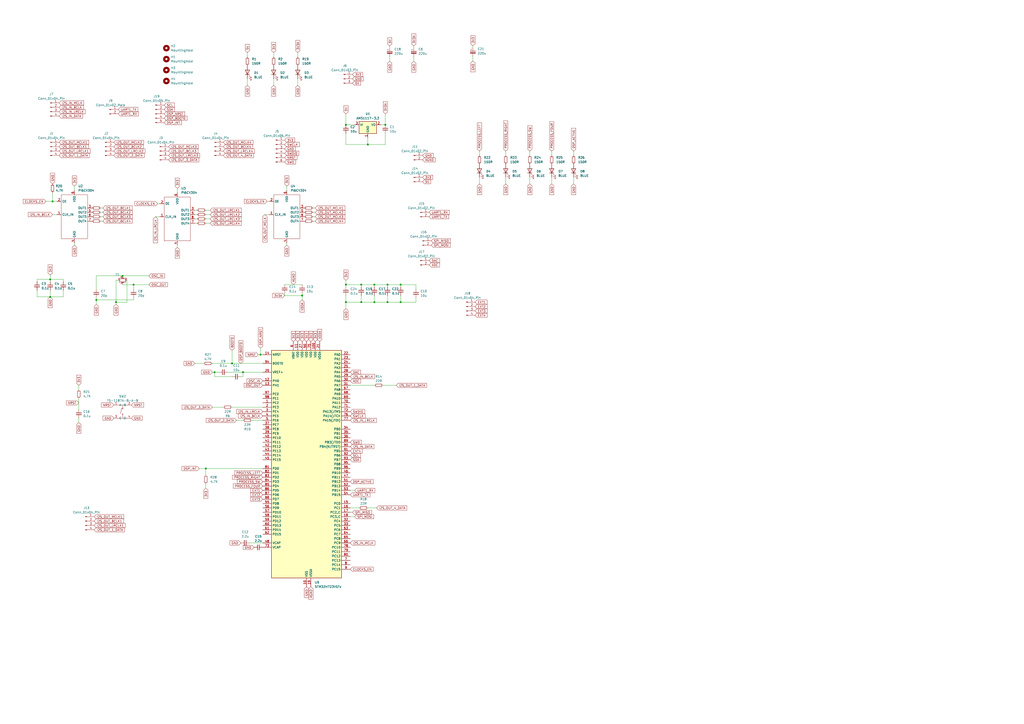
<source format=kicad_sch>
(kicad_sch (version 20231120) (generator "eeschema") (generator_version "8.0")
  (paper "A2")
  (junction (at 151.13 205.74))
  (junction (at 200.66 72.39))
  (junction (at 232.41 165.1))
  (junction (at 213.36 83.82))
  (junction (at 217.17 175.26))
  (junction (at 30.48 116.84))
  (junction (at 77.47 165.1))
  (junction (at 140.97 215.9))
  (junction (at 223.52 72.39))
  (junction (at 175.26 171.45))
  (junction (at 209.55 175.26))
  (junction (at 200.66 175.26))
  (junction (at 232.41 175.26))
  (junction (at 124.46 215.9))
  (junction (at 119.38 271.78))
  (junction (at 71.12 160.02))
  (junction (at 224.79 165.1))
  (junction (at 217.17 165.1))
  (junction (at 29.1123 162.0714))
  (junction (at 200.66 165.1))
  (junction (at 209.55 165.1))
  (junction (at 55.88 173.99))
  (junction (at 134.62 210.82))
  (junction (at 67.31 175.26))
  (junction (at 224.79 175.26))
  (junction (at 29.1123 172.2314))
  (wire (pts (xy 200.66 165.1) (xy 200.66 166.37)))
  (wire (pts (xy 232.41 175.26) (xy 241.3 175.26)))
  (wire (pts (xy 320.04 87.63) (xy 320.04 90.17)))
  (wire (pts (xy 200.66 66.04) (xy 200.66 72.39)))
  (wire (pts (xy 67.31 162.56) (xy 67.31 175.26)))
  (wire (pts (xy 45.72 231.14) (xy 45.72 237.49)))
  (wire (pts (xy 232.41 175.26) (xy 224.79 175.26)))
  (wire (pts (xy 123.19 215.9) (xy 124.46 215.9)))
  (wire (pts (xy 209.55 171.45) (xy 209.55 175.26)))
  (wire (pts (xy 240.03 26.67) (xy 240.03 27.813)))
  (wire (pts (xy 151.13 205.74) (xy 152.4 205.74)))
  (wire (pts (xy 71.12 160.02) (xy 55.88 160.02)))
  (wire (pts (xy 43.18 107.95) (xy 43.18 110.49)))
  (wire (pts (xy 232.41 171.45) (xy 232.41 175.26)))
  (wire (pts (xy 102.87 109.22) (xy 102.87 111.76)))
  (wire (pts (xy 182.88 128.27) (xy 181.61 128.27)))
  (wire (pts (xy 205.74 299.72) (xy 203.2 299.72)))
  (wire (pts (xy 172.72 49.53) (xy 172.72 45.72)))
  (wire (pts (xy 121.92 129.54) (xy 119.38 129.54)))
  (wire (pts (xy 226.06 26.67) (xy 226.06 27.813)))
  (wire (pts (xy 166.37 107.95) (xy 166.37 110.49)))
  (wire (pts (xy 119.38 271.78) (xy 152.4 271.78)))
  (wire (pts (xy 29.1123 159.5314) (xy 29.1123 162.0714)))
  (wire (pts (xy 224.79 171.45) (xy 224.79 175.26)))
  (wire (pts (xy 91.44 118.11) (xy 92.71 118.11)))
  (wire (pts (xy 217.17 171.45) (xy 217.17 175.26)))
  (wire (pts (xy 204.47 297.18) (xy 203.2 297.18)))
  (wire (pts (xy 29.1123 168.4214) (xy 29.1123 172.2314)))
  (wire (pts (xy 143.51 49.53) (xy 143.51 45.72)))
  (wire (pts (xy 59.69 128.27) (xy 58.42 128.27)))
  (wire (pts (xy 200.66 77.47) (xy 200.66 83.82)))
  (wire (pts (xy 241.3 167.64) (xy 241.3 165.1)))
  (wire (pts (xy 217.17 175.26) (xy 209.55 175.26)))
  (wire (pts (xy 213.36 80.01) (xy 213.36 83.82)))
  (wire (pts (xy 77.47 165.1) (xy 77.47 167.64)))
  (wire (pts (xy 274.32 26.543) (xy 274.32 27.686)))
  (wire (pts (xy 139.7 218.44) (xy 140.97 218.44)))
  (wire (pts (xy 59.69 123.19) (xy 58.42 123.19)))
  (wire (pts (xy 21.4923 162.0714) (xy 29.1123 162.0714)))
  (wire (pts (xy 55.88 172.72) (xy 55.88 173.99)))
  (wire (pts (xy 232.41 165.1) (xy 232.41 166.37)))
  (wire (pts (xy 224.79 175.26) (xy 217.17 175.26)))
  (wire (pts (xy 165.1 171.45) (xy 165.1 170.18)))
  (wire (pts (xy 218.44 294.64) (xy 213.36 294.64)))
  (wire (pts (xy 68.58 162.56) (xy 67.31 162.56)))
  (wire (pts (xy 59.69 120.65) (xy 58.42 120.65)))
  (wire (pts (xy 67.31 175.26) (xy 73.66 175.26)))
  (wire (pts (xy 71.12 160.02) (xy 86.36 160.02)))
  (wire (pts (xy 55.88 173.99) (xy 55.88 176.53)))
  (wire (pts (xy 30.48 116.84) (xy 33.02 116.84)))
  (wire (pts (xy 154.94 116.84) (xy 156.21 116.84)))
  (wire (pts (xy 307.34 106.68) (xy 307.34 102.87)))
  (wire (pts (xy 55.88 173.99) (xy 77.47 173.99)))
  (wire (pts (xy 224.79 165.1) (xy 232.41 165.1)))
  (wire (pts (xy 67.31 175.26) (xy 67.31 176.53)))
  (wire (pts (xy 217.17 165.1) (xy 224.79 165.1)))
  (wire (pts (xy 121.92 121.92) (xy 119.38 121.92)))
  (wire (pts (xy 134.62 218.44) (xy 124.46 218.44)))
  (wire (pts (xy 240.03 35.56) (xy 240.03 32.893)))
  (wire (pts (xy 123.19 210.82) (xy 134.62 210.82)))
  (wire (pts (xy 114.3 124.46) (xy 113.03 124.46)))
  (wire (pts (xy 140.97 215.9) (xy 152.4 215.9)))
  (wire (pts (xy 124.46 215.9) (xy 127 215.9)))
  (wire (pts (xy 182.88 120.65) (xy 181.61 120.65)))
  (wire (pts (xy 36.7323 162.0714) (xy 36.7323 163.3414)))
  (wire (pts (xy 140.97 218.44) (xy 140.97 215.9)))
  (wire (pts (xy 45.72 223.52) (xy 45.72 226.06)))
  (wire (pts (xy 36.7323 168.4214) (xy 36.7323 172.2314)))
  (wire (pts (xy 209.55 165.1) (xy 217.17 165.1)))
  (wire (pts (xy 200.66 72.39) (xy 205.74 72.39)))
  (wire (pts (xy 134.62 236.22) (xy 152.4 236.22)))
  (wire (pts (xy 278.13 87.63) (xy 278.13 90.17)))
  (wire (pts (xy 278.13 106.68) (xy 278.13 102.87)))
  (wire (pts (xy 26.67 116.84) (xy 30.48 116.84)))
  (wire (pts (xy 172.72 30.48) (xy 172.72 33.02)))
  (wire (pts (xy 153.67 124.46) (xy 156.21 124.46)))
  (wire (pts (xy 114.3 129.54) (xy 113.03 129.54)))
  (wire (pts (xy 200.66 162.56) (xy 200.66 165.1)))
  (wire (pts (xy 119.38 275.59) (xy 119.38 271.78)))
  (wire (pts (xy 124.46 218.44) (xy 124.46 215.9)))
  (wire (pts (xy 200.66 179.07) (xy 200.66 175.26)))
  (wire (pts (xy 146.05 243.84) (xy 152.4 243.84)))
  (wire (pts (xy 175.26 173.99) (xy 175.26 171.45)))
  (wire (pts (xy 132.08 215.9) (xy 140.97 215.9)))
  (wire (pts (xy 223.52 66.04) (xy 223.52 72.39)))
  (wire (pts (xy 166.37 142.24) (xy 166.37 140.97)))
  (wire (pts (xy 217.17 165.1) (xy 217.17 166.37)))
  (wire (pts (xy 121.92 124.46) (xy 119.38 124.46)))
  (wire (pts (xy 137.16 243.84) (xy 140.97 243.84)))
  (wire (pts (xy 43.18 142.24) (xy 43.18 140.97)))
  (wire (pts (xy 209.55 165.1) (xy 209.55 166.37)))
  (wire (pts (xy 175.26 171.45) (xy 165.1 171.45)))
  (wire (pts (xy 36.7323 172.2314) (xy 29.1123 172.2314)))
  (wire (pts (xy 123.19 236.22) (xy 129.54 236.22)))
  (wire (pts (xy 113.03 210.82) (xy 118.11 210.82)))
  (wire (pts (xy 320.04 106.68) (xy 320.04 102.87)))
  (wire (pts (xy 226.06 35.56) (xy 226.06 32.893)))
  (wire (pts (xy 307.34 87.63) (xy 307.34 90.17)))
  (wire (pts (xy 102.87 143.51) (xy 102.87 142.24)))
  (wire (pts (xy 200.66 165.1) (xy 209.55 165.1)))
  (wire (pts (xy 77.47 173.99) (xy 77.47 172.72)))
  (wire (pts (xy 115.57 271.78) (xy 119.38 271.78)))
  (wire (pts (xy 241.3 172.72) (xy 241.3 175.26)))
  (wire (pts (xy 29.1123 162.0714) (xy 36.7323 162.0714)))
  (wire (pts (xy 151.13 201.93) (xy 151.13 205.74)))
  (wire (pts (xy 30.48 124.46) (xy 33.02 124.46)))
  (wire (pts (xy 90.17 125.73) (xy 92.71 125.73)))
  (wire (pts (xy 205.74 284.48) (xy 203.2 284.48)))
  (wire (pts (xy 208.28 294.64) (xy 203.2 294.64)))
  (wire (pts (xy 224.79 165.1) (xy 224.79 166.37)))
  (wire (pts (xy 143.51 30.48) (xy 143.51 33.02)))
  (wire (pts (xy 144.78 314.96) (xy 152.4 314.96)))
  (wire (pts (xy 119.38 283.21) (xy 119.38 280.67)))
  (wire (pts (xy 213.36 83.82) (xy 223.52 83.82)))
  (wire (pts (xy 293.37 87.63) (xy 293.37 90.17)))
  (wire (pts (xy 55.88 160.02) (xy 55.88 167.64)))
  (wire (pts (xy 29.1123 162.0714) (xy 29.1123 163.3414)))
  (wire (pts (xy 134.62 203.2) (xy 134.62 210.82)))
  (wire (pts (xy 29.1123 172.2314) (xy 21.4923 172.2314)))
  (wire (pts (xy 59.69 125.73) (xy 58.42 125.73)))
  (wire (pts (xy 232.41 165.1) (xy 241.3 165.1)))
  (wire (pts (xy 332.74 87.63) (xy 332.74 90.17)))
  (wire (pts (xy 223.52 72.39) (xy 220.98 72.39)))
  (wire (pts (xy 223.52 83.82) (xy 223.52 77.47)))
  (wire (pts (xy 114.3 127) (xy 113.03 127)))
  (wire (pts (xy 165.1 165.1) (xy 175.26 165.1)))
  (wire (pts (xy 293.37 106.68) (xy 293.37 102.87)))
  (wire (pts (xy 30.48 111.76) (xy 30.48 116.84)))
  (wire (pts (xy 149.86 205.74) (xy 151.13 205.74)))
  (wire (pts (xy 73.66 162.56) (xy 73.66 175.26)))
  (wire (pts (xy 209.55 175.26) (xy 200.66 175.26)))
  (wire (pts (xy 332.74 106.68) (xy 332.74 102.87)))
  (wire (pts (xy 200.66 175.26) (xy 200.66 171.45)))
  (wire (pts (xy 45.72 245.11) (xy 45.72 242.57)))
  (wire (pts (xy 114.3 121.92) (xy 113.03 121.92)))
  (wire (pts (xy 200.66 83.82) (xy 213.36 83.82)))
  (wire (pts (xy 77.47 165.1) (xy 86.36 165.1)))
  (wire (pts (xy 175.26 171.45) (xy 175.26 170.18)))
  (wire (pts (xy 158.75 30.48) (xy 158.75 33.02)))
  (wire (pts (xy 274.32 35.433) (xy 274.32 32.766)))
  (wire (pts (xy 229.87 223.52) (xy 222.25 223.52)))
  (wire (pts (xy 203.2 223.52) (xy 217.17 223.52)))
  (wire (pts (xy 21.4923 162.0714) (xy 21.4923 163.3414)))
  (wire (pts (xy 134.62 210.82) (xy 152.4 210.82)))
  (wire (pts (xy 182.88 125.73) (xy 181.61 125.73)))
  (wire (pts (xy 158.75 49.53) (xy 158.75 45.72)))
  (wire (pts (xy 182.88 123.19) (xy 181.61 123.19)))
  (wire (pts (xy 21.4923 168.4214) (xy 21.4923 172.2314)))
  (wire (pts (xy 121.92 127) (xy 119.38 127)))
  (wire (pts (xy 71.12 165.1) (xy 77.47 165.1)))
  (global_label "I2S_IN_BCLK" (shape input) (at 34.29 62.23 0) (property "Intersheetrefs" "${INTERSHEET_REFS}" (effects (hide yes))))
  (global_label "GND" (shape input) (at 320.04 106.68 270) (property "Intersheetrefs" "${INTERSHEET_REFS}" (effects (hide yes))))
  (global_label "SWO" (shape input) (at 203.2 256.54 0) (property "Intersheetrefs" "${INTERSHEET_REFS}" (effects (hide yes))))
  (global_label "3V3" (shape input) (at 43.18 107.95 90) (property "Intersheetrefs" "${INTERSHEET_REFS}" (effects (hide yes))))
  (global_label "3V3" (shape input) (at 102.87 109.22 90) (property "Intersheetrefs" "${INTERSHEET_REFS}" (effects (hide yes))))
  (global_label "GND" (shape input) (at 293.37 106.68 270) (property "Intersheetrefs" "${INTERSHEET_REFS}" (effects (hide yes))))
  (global_label "SCL" (shape input) (at 203.2 264.16 0) (property "Intersheetrefs" "${INTERSHEET_REFS}" (effects (hide yes))))
  (global_label "I2S_OUT_LRCLK1" (shape input) (at 121.92 121.92 0) (property "Intersheetrefs" "${INTERSHEET_REFS}" (effects (hide yes))))
  (global_label "3V3" (shape input) (at 119.38 283.21 270) (property "Intersheetrefs" "${INTERSHEET_REFS}" (effects (hide yes))))
  (global_label "SPI_MOSI" (shape input) (at 250.19 142.24 0) (property "Intersheetrefs" "${INTERSHEET_REFS}" (effects (hide yes))))
  (global_label "VDDA" (shape input) (at 175.26 173.99 270) (property "Intersheetrefs" "${INTERSHEET_REFS}" (effects (hide yes))))
  (global_label "SWCLK" (shape input) (at 203.2 241.3 0) (property "Intersheetrefs" "${INTERSHEET_REFS}" (effects (hide yes))))
  (global_label "EXT1" (shape input) (at 275.59 175.26 0) (property "Intersheetrefs" "${INTERSHEET_REFS}" (effects (hide yes))))
  (global_label "I2S_IN_LRCLK" (shape input) (at 152.4 238.76 180) (property "Intersheetrefs" "${INTERSHEET_REFS}" (effects (hide yes))))
  (global_label "3V3" (shape input) (at 245.11 102.87 0) (property "Intersheetrefs" "${INTERSHEET_REFS}" (effects (hide yes))))
  (global_label "OSC_IN" (shape input) (at 86.36 160.02 0) (property "Intersheetrefs" "${INTERSHEET_REFS}" (effects (hide yes))))
  (global_label "I2S_OUT_BCLK4" (shape input) (at 129.54 85.09 0) (property "Intersheetrefs" "${INTERSHEET_REFS}" (effects (hide yes))))
  (global_label "3V3A" (shape input) (at 223.52 66.04 90) (property "Intersheetrefs" "${INTERSHEET_REFS}" (effects (hide yes))))
  (global_label "SPI_MOSI" (shape input) (at 205.74 299.72 0) (property "Intersheetrefs" "${INTERSHEET_REFS}" (effects (hide yes))))
  (global_label "GND" (shape input) (at 200.66 179.07 270) (property "Intersheetrefs" "${INTERSHEET_REFS}" (effects (hide yes))))
  (global_label "GND" (shape input) (at 113.03 210.82 180) (property "Intersheetrefs" "${INTERSHEET_REFS}" (effects (hide yes))))
  (global_label "I2S_OUT_4_DATA" (shape input) (at 129.54 90.17 0) (property "Intersheetrefs" "${INTERSHEET_REFS}" (effects (hide yes))))
  (global_label "GND" (shape input) (at 102.87 143.51 270) (property "Intersheetrefs" "${INTERSHEET_REFS}" (effects (hide yes))))
  (global_label "UART1_RX" (shape input) (at 205.74 284.48 0) (property "Intersheetrefs" "${INTERSHEET_REFS}" (effects (hide yes))))
  (global_label "5V" (shape input) (at 226.06 26.67 90) (property "Intersheetrefs" "${INTERSHEET_REFS}" (effects (hide yes))))
  (global_label "I2S_OUT_1_DATA" (shape input) (at 54.61 307.34 0) (property "Intersheetrefs" "${INTERSHEET_REFS}" (effects (hide yes))))
  (global_label "DAC" (shape input) (at 248.92 151.13 0) (property "Intersheetrefs" "${INTERSHEET_REFS}" (effects (hide yes))))
  (global_label "PROCESS_LEFT" (shape input) (at 152.4 274.32 180) (property "Intersheetrefs" "${INTERSHEET_REFS}" (effects (hide yes))))
  (global_label "3V3" (shape input) (at 180.34 198.12 90) (property "Intersheetrefs" "${INTERSHEET_REFS}" (effects (hide yes))))
  (global_label "GND" (shape input) (at 240.03 35.56 270) (property "Intersheetrefs" "${INTERSHEET_REFS}" (effects (hide yes))))
  (global_label "GND" (shape input) (at 165.1 86.36 0) (property "Intersheetrefs" "${INTERSHEET_REFS}" (effects (hide yes))))
  (global_label "EXT3" (shape input) (at 275.59 180.34 0) (property "Intersheetrefs" "${INTERSHEET_REFS}" (effects (hide yes))))
  (global_label "UART1_TX" (shape input) (at 248.92 125.73 0) (property "Intersheetrefs" "${INTERSHEET_REFS}" (effects (hide yes))))
  (global_label "I2S_IN_DATA" (shape input) (at 203.2 259.08 0) (property "Intersheetrefs" "${INTERSHEET_REFS}" (effects (hide yes))))
  (global_label "I2S_OUT_MCLK4" (shape input) (at 129.54 82.55 0) (property "Intersheetrefs" "${INTERSHEET_REFS}" (effects (hide yes))))
  (global_label "EXT2" (shape input) (at 275.59 177.8 0) (property "Intersheetrefs" "${INTERSHEET_REFS}" (effects (hide yes))))
  (global_label "BOOT0" (shape input) (at 134.62 203.2 90) (property "Intersheetrefs" "${INTERSHEET_REFS}" (effects (hide yes))))
  (global_label "I2S_IN_BCLK" (shape input) (at 152.4 241.3 180) (property "Intersheetrefs" "${INTERSHEET_REFS}" (effects (hide yes))))
  (global_label "SWDIO" (shape input) (at 203.2 238.76 0) (property "Intersheetrefs" "${INTERSHEET_REFS}" (effects (hide yes))))
  (global_label "I2S_OUT_BCLK2" (shape input) (at 66.04 85.09 0) (property "Intersheetrefs" "${INTERSHEET_REFS}" (effects (hide yes))))
  (global_label "I2S_OUT_LRCLK3" (shape input) (at 97.79 90.17 0) (property "Intersheetrefs" "${INTERSHEET_REFS}" (effects (hide yes))))
  (global_label "I2S_OUT_MCLK1" (shape input) (at 182.88 120.65 0) (property "Intersheetrefs" "${INTERSHEET_REFS}" (effects (hide yes))))
  (global_label "GND" (shape input) (at 158.75 49.53 270) (property "Intersheetrefs" "${INTERSHEET_REFS}" (effects (hide yes))))
  (global_label "I2S_IN_LRCLK" (shape input) (at 34.29 64.77 0) (property "Intersheetrefs" "${INTERSHEET_REFS}" (effects (hide yes))))
  (global_label "I2S_OUT_MCLK3" (shape input) (at 97.79 85.09 0) (property "Intersheetrefs" "${INTERSHEET_REFS}" (effects (hide yes))))
  (global_label "GND" (shape input) (at 67.31 176.53 270) (property "Intersheetrefs" "${INTERSHEET_REFS}" (effects (hide yes))))
  (global_label "UART1_RX" (shape input) (at 248.92 123.19 0) (property "Intersheetrefs" "${INTERSHEET_REFS}" (effects (hide yes))))
  (global_label "3V3" (shape input) (at 177.8 198.12 90) (property "Intersheetrefs" "${INTERSHEET_REFS}" (effects (hide yes))))
  (global_label "5V" (shape input) (at 143.51 30.48 90) (property "Intersheetrefs" "${INTERSHEET_REFS}" (effects (hide yes))))
  (global_label "OSC_OUT" (shape input) (at 86.36 165.1 0) (property "Intersheetrefs" "${INTERSHEET_REFS}" (effects (hide yes))))
  (global_label "NRST" (shape input) (at 76.2 234.95 0) (property "Intersheetrefs" "${INTERSHEET_REFS}" (effects (hide yes))))
  (global_label "3V3" (shape input) (at 200.66 162.56 90) (property "Intersheetrefs" "${INTERSHEET_REFS}" (effects (hide yes))))
  (global_label "I2S_OUT_MCLK3" (shape input) (at 182.88 125.73 0) (property "Intersheetrefs" "${INTERSHEET_REFS}" (effects (hide yes))))
  (global_label "5V" (shape input) (at 245.11 105.41 0) (property "Intersheetrefs" "${INTERSHEET_REFS}" (effects (hide yes))))
  (global_label "GND" (shape input) (at 139.7 314.96 180) (property "Intersheetrefs" "${INTERSHEET_REFS}" (effects (hide yes))))
  (global_label "I2S_OUT_BCLK1" (shape input) (at 34.29 85.09 0) (property "Intersheetrefs" "${INTERSHEET_REFS}" (effects (hide yes))))
  (global_label "I2S_OUT_MCLK1" (shape input) (at 34.29 82.55 0) (property "Intersheetrefs" "${INTERSHEET_REFS}" (effects (hide yes))))
  (global_label "3V3A" (shape input) (at 172.72 30.48 90) (property "Intersheetrefs" "${INTERSHEET_REFS}" (effects (hide yes))))
  (global_label "PROCESS_FOUR" (shape input) (at 152.4 281.94 180) (property "Intersheetrefs" "${INTERSHEET_REFS}" (effects (hide yes))))
  (global_label "CLOCKS_EN" (shape input) (at 26.67 116.84 180) (property "Intersheetrefs" "${INTERSHEET_REFS}" (effects (hide yes))))
  (global_label "I2S_OUT_LRCLK2" (shape input) (at 121.92 124.46 0) (property "Intersheetrefs" "${INTERSHEET_REFS}" (effects (hide yes))))
  (global_label "GND" (shape input) (at 143.51 49.53 270) (property "Intersheetrefs" "${INTERSHEET_REFS}" (effects (hide yes))))
  (global_label "GND" (shape input) (at 147.32 317.5 180) (property "Intersheetrefs" "${INTERSHEET_REFS}" (effects (hide yes))))
  (global_label "UART1_RX" (shape input) (at 68.58 66.04 0) (property "Intersheetrefs" "${INTERSHEET_REFS}" (effects (hide yes))))
  (global_label "I2S_OUT_LRCLK4" (shape input) (at 121.92 129.54 0) (property "Intersheetrefs" "${INTERSHEET_REFS}" (effects (hide yes))))
  (global_label "3V3" (shape input) (at 172.72 198.12 90) (property "Intersheetrefs" "${INTERSHEET_REFS}" (effects (hide yes))))
  (global_label "SDA" (shape input) (at 95.25 63.5 0) (property "Intersheetrefs" "${INTERSHEET_REFS}" (effects (hide yes))))
  (global_label "I2S_OUT_BCLK3" (shape input) (at 97.79 87.63 0) (property "Intersheetrefs" "${INTERSHEET_REFS}" (effects (hide yes))))
  (global_label "GND" (shape input) (at 76.2 242.57 0) (property "Intersheetrefs" "${INTERSHEET_REFS}" (effects (hide yes))))
  (global_label "SCL" (shape input) (at 95.25 60.96 0) (property "Intersheetrefs" "${INTERSHEET_REFS}" (effects (hide yes))))
  (global_label "I2S_OUT_LRCLK3" (shape input) (at 121.92 127 0) (property "Intersheetrefs" "${INTERSHEET_REFS}" (effects (hide yes))))
  (global_label "EXT4" (shape input) (at 275.59 182.88 0) (property "Intersheetrefs" "${INTERSHEET_REFS}" (effects (hide yes))))
  (global_label "3V3" (shape input) (at 170.18 198.12 90) (property "Intersheetrefs" "${INTERSHEET_REFS}" (effects (hide yes))))
  (global_label "I2S_OUT_2_DATA" (shape input) (at 66.04 90.17 0) (property "Intersheetrefs" "${INTERSHEET_REFS}" (effects (hide yes))))
  (global_label "I2S_OUT_LRCLK2" (shape input) (at 66.04 87.63 0) (property "Intersheetrefs" "${INTERSHEET_REFS}" (effects (hide yes))))
  (global_label "I2S_OUT_LRCLK1" (shape input) (at 34.29 87.63 0) (property "Intersheetrefs" "${INTERSHEET_REFS}" (effects (hide yes))))
  (global_label "CLOCKS_EN" (shape input) (at 91.44 118.11 180) (property "Intersheetrefs" "${INTERSHEET_REFS}" (effects (hide yes))))
  (global_label "SWDIO" (shape input) (at 165.1 88.9 0) (property "Intersheetrefs" "${INTERSHEET_REFS}" (effects (hide yes))))
  (global_label "NRST" (shape input) (at 66.04 234.95 180) (property "Intersheetrefs" "${INTERSHEET_REFS}" (effects (hide yes))))
  (global_label "I2S_OUT_4_DATA" (shape input) (at 218.44 294.64 0) (property "Intersheetrefs" "${INTERSHEET_REFS}" (effects (hide yes))))
  (global_label "3V3" (shape input) (at 182.88 198.12 90) (property "Intersheetrefs" "${INTERSHEET_REFS}" (effects (hide yes))))
  (global_label "I2S_IN_MCLK" (shape input) (at 203.2 314.96 0) (property "Intersheetrefs" "${INTERSHEET_REFS}" (effects (hide yes))))
  (global_label "I2S_IN_BCLK" (shape input) (at 203.2 218.44 0) (property "Intersheetrefs" "${INTERSHEET_REFS}" (effects (hide yes))))
  (global_label "I2S_OUT_MCLK" (shape input) (at 153.67 124.46 270) (property "Intersheetrefs" "${INTERSHEET_REFS}" (effects (hide yes))))
  (global_label "DSP_INT" (shape input) (at 115.57 271.78 180) (property "Intersheetrefs" "${INTERSHEET_REFS}" (effects (hide yes))))
  (global_label "3V3" (shape input) (at 166.37 107.95 90) (property "Intersheetrefs" "${INTERSHEET_REFS}" (effects (hide yes))))
  (global_label "EXT2" (shape input) (at 152.4 287.02 180) (property "Intersheetrefs" "${INTERSHEET_REFS}" (effects (hide yes))))
  (global_label "GND" (shape input) (at 166.37 142.24 270) (property "Intersheetrefs" "${INTERSHEET_REFS}" (effects (hide yes))))
  (global_label "5V" (shape input) (at 204.47 48.26 0) (property "Intersheetrefs" "${INTERSHEET_REFS}" (effects (hide yes))))
  (global_label "GND" (shape input) (at 30.48 106.68 90) (property "Intersheetrefs" "${INTERSHEET_REFS}" (effects (hide yes))))
  (global_label "I2S_OUT_MCLK2" (shape input) (at 182.88 123.19 0) (property "Intersheetrefs" "${INTERSHEET_REFS}" (effects (hide yes))))
  (global_label "PROCESS_RIGHT" (shape input) (at 152.4 276.86 180) (property "Intersheetrefs" "${INTERSHEET_REFS}" (effects (hide yes))))
  (global_label "GND" (shape input) (at 204.47 45.72 0) (property "Intersheetrefs" "${INTERSHEET_REFS}" (effects (hide yes))))
  (global_label "3V3" (shape input) (at 175.26 198.12 90) (property "Intersheetrefs" "${INTERSHEET_REFS}" (effects (hide yes))))
  (global_label "GND" (shape input) (at 55.88 176.53 270) (property "Intersheetrefs" "${INTERSHEET_REFS}" (effects (hide yes))))
  (global_label "I2S_OUT_1_DATA" (shape input) (at 34.29 90.17 0) (property "Intersheetrefs" "${INTERSHEET_REFS}" (effects (hide yes))))
  (global_label "GND" (shape input) (at 274.32 35.433 270) (property "Intersheetrefs" "${INTERSHEET_REFS}" (effects (hide yes))))
  (global_label "3V3A" (shape input) (at 240.03 26.67 90) (property "Intersheetrefs" "${INTERSHEET_REFS}" (effects (hide yes))))
  (global_label "I2S_OUT_LRCLK1" (shape input) (at 54.61 304.8 0) (property "Intersheetrefs" "${INTERSHEET_REFS}" (effects (hide yes))))
  (global_label "I2S_OUT_BCLK4" (shape input) (at 59.69 128.27 0) (property "Intersheetrefs" "${INTERSHEET_REFS}" (effects (hide yes))))
  (global_label "GND" (shape input) (at 66.04 242.57 180) (property "Intersheetrefs" "${INTERSHEET_REFS}" (effects (hide yes))))
  (global_label "3V3" (shape input) (at 45.72 223.52 90) (property "Intersheetrefs" "${INTERSHEET_REFS}" (effects (hide yes))))
  (global_label "DSP_INT" (shape input) (at 95.25 71.12 0) (property "Intersheetrefs" "${INTERSHEET_REFS}" (effects (hide yes))))
  (global_label "SPI_MISO" (shape input) (at 204.47 297.18 0) (property "Intersheetrefs" "${INTERSHEET_REFS}" (effects (hide yes))))
  (global_label "I2S_OUT_LRCLK4" (shape input) (at 129.54 87.63 0) (property "Intersheetrefs" "${INTERSHEET_REFS}" (effects (hide yes))))
  (global_label "GND" (shape input) (at 307.34 106.68 270) (property "Intersheetrefs" "${INTERSHEET_REFS}" (effects (hide yes))))
  (global_label "NRST" (shape input) (at 45.72 233.68 180) (property "Intersheetrefs" "${INTERSHEET_REFS}" (effects (hide yes))))
  (global_label "SWO" (shape input) (at 165.1 93.98 0) (property "Intersheetrefs" "${INTERSHEET_REFS}" (effects (hide yes))))
  (global_label "GND" (shape input) (at 332.74 106.68 270) (property "Intersheetrefs" "${INTERSHEET_REFS}" (effects (hide yes))))
  (global_label "I2S_IN_DATA" (shape input) (at 34.29 67.31 0) (property "Intersheetrefs" "${INTERSHEET_REFS}" (effects (hide yes))))
  (global_label "UART1_TX" (shape input) (at 68.58 63.5 0) (property "Intersheetrefs" "${INTERSHEET_REFS}" (effects (hide yes))))
  (global_label "3V3" (shape input) (at 274.32 26.543 90) (property "Intersheetrefs" "${INTERSHEET_REFS}" (effects (hide yes))))
  (global_label "VDDA" (shape input) (at 185.42 198.12 90) (property "Intersheetrefs" "${INTERSHEET_REFS}" (effects (hide yes))))
  (global_label "GND" (shape input) (at 123.19 215.9 180) (property "Intersheetrefs" "${INTERSHEET_REFS}" (effects (hide yes))))
  (global_label "3V3" (shape input) (at 158.75 30.48 90) (property "Intersheetrefs" "${INTERSHEET_REFS}" (effects (hide yes))))
  (global_label "GND" (shape input) (at 278.13 106.68 270) (property "Intersheetrefs" "${INTERSHEET_REFS}" (effects (hide yes))))
  (global_label "EXT3" (shape input) (at 152.4 289.56 180) (property "Intersheetrefs" "${INTERSHEET_REFS}" (effects (hide yes))))
  (global_label "DSP_BOOT0" (shape input) (at 139.7 210.82 90) (property "Intersheetrefs" "${INTERSHEET_REFS}" (effects (hide yes))))
  (global_label "GND" (shape input) (at 245.11 90.17 0) (property "Intersheetrefs" "${INTERSHEET_REFS}" (effects (hide yes))))
  (global_label "DSP_NRST" (shape input) (at 151.13 201.93 90) (property "Intersheetrefs" "${INTERSHEET_REFS}" (effects (hide yes))))
  (global_label "I2S_OUT_MCLK4" (shape input) (at 182.88 128.27 0) (property "Intersheetrefs" "${INTERSHEET_REFS}" (effects (hide yes))))
  (global_label "DSP_ACTIVE" (shape input) (at 203.2 279.4 0) (property "Intersheetrefs" "${INTERSHEET_REFS}" (effects (hide yes))))
  (global_label "AGND" (shape input) (at 180.34 340.36 270) (property "Intersheetrefs" "${INTERSHEET_REFS}" (effects (hide yes))))
  (global_label "I2S_OUT_2_DATA" (shape input) (at 137.16 243.84 180) (property "Intersheetrefs" "${INTERSHEET_REFS}" (effects (hide yes))))
  (global_label "I2S_OUT_MCLK2" (shape input) (at 66.04 82.55 0) (property "Intersheetrefs" "${INTERSHEET_REFS}" (effects (hide yes))))
  (global_label "AGND" (shape input) (at 170.18 165.1 90) (property "Intersheetrefs" "${INTERSHEET_REFS}" (effects (hide yes))))
  (global_label "OSC_OUT" (shape input) (at 152.4 223.52 180) (property "Intersheetrefs" "${INTERSHEET_REFS}" (effects (hide yes))))
  (global_label "GND" (shape input) (at 226.06 35.56 270) (property "Intersheetrefs" "${INTERSHEET_REFS}" (effects (hide yes))))
  (global_label "I2S_OUT_3_DATA" (shape input) (at 97.79 92.71 0) (property "Intersheetrefs" "${INTERSHEET_REFS}" (effects (hide yes))))
  (global_label "PROCESS_RIGHT" (shape input) (at 293.37 87.63 90) (property "Intersheetrefs" "${INTERSHEET_REFS}" (effects (hide yes))))
  (global_label "DSP_ACTIVE" (shape input) (at 332.74 87.63 90) (property "Intersheetrefs" "${INTERSHEET_REFS}" (effects (hide yes))))
  (global_label "I2S_OUT_1_DATA" (shape input) (at 229.87 223.52 0) (property "Intersheetrefs" "${INTERSHEET_REFS}" (effects (hide yes))))
  (global_label "I2S_OUT_BCLK2" (shape input) (at 59.69 123.19 0) (property "Intersheetrefs" "${INTERSHEET_REFS}" (effects (hide yes))))
  (global_label "CLOCKS_EN" (shape input) (at 203.2 330.2 0) (property "Intersheetrefs" "${INTERSHEET_REFS}" (effects (hide yes))))
  (global_label "I2S_OUT_BCLK1" (shape input) (at 54.61 302.26 0) (property "Intersheetrefs" "${INTERSHEET_REFS}" (effects (hide yes))))
  (global_label "SPI_MISO" (shape input) (at 250.19 139.7 0) (property "Intersheetrefs" "${INTERSHEET_REFS}" (effects (hide yes))))
  (global_label "GND" (shape input) (at 45.72 245.11 270) (property "Intersheetrefs" "${INTERSHEET_REFS}" (effects (hide yes))))
  (global_label "DSP_NRST" (shape input) (at 95.25 66.04 0) (property "Intersheetrefs" "${INTERSHEET_REFS}" (effects (hide yes))))
  (global_label "3V3" (shape input) (at 29.1123 159.5314 90) (property "Intersheetrefs" "${INTERSHEET_REFS}" (effects (hide yes))))
  (global_label "I2S_IN_MCLK" (shape input) (at 34.29 59.69 0) (property "Intersheetrefs" "${INTERSHEET_REFS}" (effects (hide yes))))
  (global_label "SWCLK" (shape input) (at 165.1 83.82 0) (property "Intersheetrefs" "${INTERSHEET_REFS}" (effects (hide yes))))
  (global_label "3V3A" (shape input) (at 165.1 171.45 180) (property "Intersheetrefs" "${INTERSHEET_REFS}" (effects (hide yes))))
  (global_label "EXT1" (shape input) (at 152.4 284.48 180) (property "Intersheetrefs" "${INTERSHEET_REFS}" (effects (hide yes))))
  (global_label "PROCESS_SW" (shape input) (at 307.34 87.63 90) (property "Intersheetrefs" "${INTERSHEET_REFS}" (effects (hide yes))))
  (global_label "I2S_IN_LRCLK" (shape input) (at 90.17 125.73 270) (property "Intersheetrefs" "${INTERSHEET_REFS}" (effects (hide yes))))
  (global_label "I2S_OUT_BCLK3" (shape input) (at 59.69 125.73 0) (property "Intersheetrefs" "${INTERSHEET_REFS}" (effects (hide yes))))
  (global_label "UART1_TX" (shape input) (at 203.2 287.02 0) (property "Intersheetrefs" "${INTERSHEET_REFS}" (effects (hide yes))))
  (global_label "NRST" (shape input) (at 149.86 205.74 180) (property "Intersheetrefs" "${INTERSHEET_REFS}" (effects (hide yes))))
  (global_label "PROCESS_FOUR" (shape input) (at 320.04 87.63 90) (property "Intersheetrefs" "${INTERSHEET_REFS}" (effects (hide yes))))
  (global_label "OSC_IN" (shape input) (at 152.4 220.98 180) (property "Intersheetrefs" "${INTERSHEET_REFS}" (effects (hide yes))))
  (global_label "DAC" (shape input) (at 203.2 215.9 0) (property "Intersheetrefs" "${INTERSHEET_REFS}" (effects (hide yes))))
  (global_label "I2S_OUT_MCLK1" (shape input) (at 54.61 299.72 0) (property "Intersheetrefs" "${INTERSHEET_REFS}" (effects (hide yes))))
  (global_label "ADC" (shape input) (at 248.92 153.67 0) (property "Intersheetrefs" "${INTERSHEET_REFS}" (effects (hide yes))))
  (global_label "DSP_BOOT0" (shape input) (at 95.25 68.58 0) (property "Intersheetrefs" "${INTERSHEET_REFS}" (effects (hide yes))))
  (global_label "PROCESS_SW" (shape input) (at 152.4 279.4 180) (property "Intersheetrefs" "${INTERSHEET_REFS}" (effects (hide yes))))
  (global_label "I2S_OUT_3_DATA" (shape input) (at 123.19 236.22 180) (property "Intersheetrefs" "${INTERSHEET_REFS}" (effects (hide yes))))
  (global_label "I2S_IN_BCLK" (shape input) (at 30.48 124.46 180) (property "Intersheetrefs" "${INTERSHEET_REFS}" (effects (hide yes))))
  (global_label "3V3" (shape input) (at 204.47 43.18 0) (property "Intersheetrefs" "${INTERSHEET_REFS}" (effects (hide yes))))
  (global_label "CLOCKS_EN" (shape input) (at 154.94 116.84 180) (property "Intersheetrefs" "${INTERSHEET_REFS}" (effects (hide yes))))
  (global_label "ADC" (shape input) (at 203.2 220.98 0) (property "Intersheetrefs" "${INTERSHEET_REFS}" (effects (hide yes))))
  (global_label "GND" (shape input) (at 43.18 142.24 270) (property "Intersheetrefs" "${INTERSHEET_REFS}" (effects (hide yes))))
  (global_label "AGND" (shape input) (at 245.11 92.71 0) (property "Intersheetrefs" "${INTERSHEET_REFS}" (effects (hide yes))))
  (global_label "PROCESS_LEFT" (shape input) (at 278.13 87.63 90) (property "Intersheetrefs" "${INTERSHEET_REFS}" (effects (hide yes))))
  (global_label "5V" (shape input) (at 200.66 66.04 90) (property "Intersheetrefs" "${INTERSHEET_REFS}" (effects (hide yes))))
  (global_label "GND" (shape input) (at 29.1123 172.2314 270) (property "Intersheetrefs" "${INTERSHEET_REFS}" (effects (hide yes))))
  (global_label "EXT4" (shape input) (at 203.2 261.62 0) (property "Intersheetrefs" "${INTERSHEET_REFS}" (effects (hide yes))))
  (global_label "NRST" (shape input) (at 165.1 91.44 0) (property "Intersheetrefs" "${INTERSHEET_REFS}" (effects (hide yes))))
  (global_label "3V3" (shape input) (at 165.1 81.28 0) (property "Intersheetrefs" "${INTERSHEET_REFS}" (effects (hide yes))))
  (global_label "SDA" (shape input) (at 203.2 266.7 0) (property "Intersheetrefs" "${INTERSHEET_REFS}" (effects (hide yes))))
  (global_label "GND" (shape input) (at 172.72 49.53 270) (property "Intersheetrefs" "${INTERSHEET_REFS}" (effects (hide yes))))
  (global_label "GND" (shape input) (at 177.8 340.36 270) (property "Intersheetrefs" "${INTERSHEET_REFS}" (effects (hide yes))))
  (global_label "I2S_OUT_BCLK1" (shape input) (at 59.69 120.65 0) (property "Intersheetrefs" "${INTERSHEET_REFS}" (effects (hide yes))))
  (global_label "I2S_IN_LRCLK" (shape input) (at 203.2 243.84 0) (property "Intersheetrefs" "${INTERSHEET_REFS}" (effects (hide yes))))
  (symbol (lib_id "Device:LED") (at 158.75 41.91 90) (unit 1)
    (property "Reference" "D2" (at 162.56 42.2274 90) (effects (justify right)))
    (property "Value" "BLUE" (at 162.56 44.7674 90) (effects (justify right)))
    (property "Footprint" "Diode_SMD:D_0603_1608Metric" (effects (hide yes)))
    (property "Description" "Light emitting diode" (effects (hide yes)))
    (property "LCSC" "C84259" (effects (hide yes)))
  )
  (symbol (lib_id "Device:C_Small") (at 241.3 170.18 0) (unit 1)
    (property "Reference" "C10" (at 243.84 168.9162 0) (effects (justify left)))
    (property "Value" "10u" (at 243.84 171.4562 0) (effects (justify left)))
    (property "Footprint" "Capacitor_SMD:C_1206_3216Metric" (effects (hide yes)))
    (property "Description" "Unpolarized capacitor, small symbol" (effects (hide yes)))
    (property "LCSC" "C13585" (effects (hide yes)))
  )
  (symbol (lib_id "Device:C_Small") (at 21.4923 165.8814 0) (unit 1)
    (property "Reference" "C3" (at 24.0323 164.6176 0) (effects (justify left)))
    (property "Value" "0.1u" (at 24.0323 167.1576 0) (effects (justify left)))
    (property "Footprint" "Capacitor_SMD:C_0805_2012Metric" (effects (hide yes)))
    (property "Description" "Unpolarized capacitor, small symbol" (effects (hide yes)))
    (property "LCSC" "C28233" (effects (hide yes)))
  )
  (symbol (lib_id "Device:C_Small") (at 224.79 168.91 0) (unit 1)
    (property "Reference" "C22" (at 227.33 167.6462 0) (effects (justify left)))
    (property "Value" "0.1u" (at 227.33 170.1862 0) (effects (justify left)))
    (property "Footprint" "Capacitor_SMD:C_0805_2012Metric" (effects (hide yes)))
    (property "Description" "Unpolarized capacitor, small symbol" (effects (hide yes)))
    (property "LCSC" "C28233" (effects (hide yes)))
  )
  (symbol (lib_id "Connector:Conn_01x02_Pin") (at 243.84 151.13 0) (unit 1)
    (property "Reference" "J17" (at 244.475 146.05 0))
    (property "Value" "Conn_01x02_Pin" (at 244.475 148.59 0))
    (property "Footprint" "Connector_PinHeader_2.54mm:PinHeader_1x02_P2.54mm_Vertical" (effects (hide yes)))
    (property "Description" "Generic connector, single row, 01x02, script generated" (effects (hide yes)))
    (property "LCSC" "C225477" (effects (hide yes)))
  )
  (symbol (lib_id "Device:R_Small") (at 293.37 92.71 0) (unit 1)
    (property "Reference" "R23" (at 295.91 91.4399 0) (effects (justify left)))
    (property "Value" "150R" (at 295.91 93.9799 0) (effects (justify left)))
    (property "Footprint" "Resistor_SMD:R_0603_1608Metric" (effects (hide yes)))
    (property "Description" "Resistor, small symbol" (effects (hide yes)))
    (property "LCSC" "C22808" (effects (hide yes)))
  )
  (symbol (lib_id "Device:LED") (at 278.13 99.06 90) (unit 1)
    (property "Reference" "D4" (at 281.94 99.3774 90) (effects (justify right)))
    (property "Value" "BLUE" (at 281.94 101.9174 90) (effects (justify right)))
    (property "Footprint" "Diode_SMD:D_0603_1608Metric" (effects (hide yes)))
    (property "Description" "Light emitting diode" (effects (hide yes)))
    (property "LCSC" "C84259" (effects (hide yes)))
  )
  (symbol (lib_id "Device:LED") (at 293.37 99.06 90) (unit 1)
    (property "Reference" "D5" (at 297.18 99.3774 90) (effects (justify right)))
    (property "Value" "BLUE" (at 297.18 101.9174 90) (effects (justify right)))
    (property "Footprint" "Diode_SMD:D_0603_1608Metric" (effects (hide yes)))
    (property "Description" "Light emitting diode" (effects (hide yes)))
    (property "LCSC" "C84259" (effects (hide yes)))
  )
  (symbol (lib_id "Connector:Conn_01x04_Pin") (at 49.53 302.26 0) (unit 1)
    (property "Reference" "J13" (at 50.165 294.64 0))
    (property "Value" "Conn_01x04_Pin" (at 50.165 297.18 0))
    (property "Footprint" "Connector_PinHeader_2.54mm:PinHeader_1x04_P2.54mm_Vertical" (effects (hide yes)))
    (property "Description" "Generic connector, single row, 01x04, script generated" (effects (hide yes)))
    (property "LCSC" "C6332197" (effects (hide yes)))
  )
  (symbol (lib_id "Device:R_Small") (at 179.07 120.65 90) (unit 1)
    (property "Reference" "R3" (effects (hide yes)))
    (property "Value" "22R" (effects (hide yes)))
    (property "Footprint" "Resistor_SMD:R_0603_1608Metric" (effects (hide yes)))
    (property "Description" "Resistor, small symbol" (effects (hide yes)))
    (property "LCSC" "C23345" (effects (hide yes)))
  )
  (symbol (lib_id "Connector:Conn_01x04_Pin") (at 29.21 85.09 0) (unit 1)
    (property "Reference" "J1" (at 29.845 77.47 0))
    (property "Value" "Conn_01x04_Pin" (at 29.845 80.01 0))
    (property "Footprint" "Connector_JST:JST_PH_B4B-PH-K_1x04_P2.00mm_Vertical" (effects (hide yes)))
    (property "Description" "Generic connector, single row, 01x04, script generated" (effects (hide yes)))
  )
  (symbol (lib_id "Mechanical:MountingHole") (at 96.52 27.94 0) (unit 1) (exclude_from_sim yes) (in_bom no)
    (property "Reference" "H2" (at 99.06 26.6699 0) (effects (justify left)))
    (property "Value" "MountingHole" (at 99.06 29.2099 0) (effects (justify left)))
    (property "Footprint" "MountingHole:MountingHole_3.2mm_M3_DIN965_Pad_TopOnly" (effects (hide yes)))
    (property "Description" "Mounting Hole without connection" (effects (hide yes)))
  )
  (symbol (lib_id "Device:C_Small") (at 223.52 74.93 0) (unit 1)
    (property "Reference" "C1" (at 226.06 73.6662 0) (effects (justify left)))
    (property "Value" "10u" (at 226.06 76.2062 0) (effects (justify left)))
    (property "Footprint" "Capacitor_SMD:C_1206_3216Metric" (effects (hide yes)))
    (property "Description" "Unpolarized capacitor, small symbol" (effects (hide yes)))
    (property "LCSC" "C13585" (effects (hide yes)))
  )
  (symbol (lib_id "Mechanical:MountingHole") (at 96.52 34.29 0) (unit 1) (exclude_from_sim yes) (in_bom no)
    (property "Reference" "H1" (at 99.06 33.0199 0) (effects (justify left)))
    (property "Value" "MountingHole" (at 99.06 35.5599 0) (effects (justify left)))
    (property "Footprint" "MountingHole:MountingHole_3.2mm_M3_DIN965_Pad_TopOnly" (effects (hide yes)))
    (property "Description" "Mounting Hole without connection" (effects (hide yes)))
  )
  (symbol (lib_id "Connector:Conn_01x02_Pin") (at 243.84 123.19 0) (unit 1)
    (property "Reference" "J15" (at 244.475 118.11 0))
    (property "Value" "Conn_01x02_Pin" (at 244.475 120.65 0))
    (property "Footprint" "Connector_PinHeader_2.54mm:PinHeader_1x02_P2.54mm_Vertical" (effects (hide yes)))
    (property "Description" "Generic connector, single row, 01x02, script generated" (effects (hide yes)))
    (property "LCSC" "C225477" (effects (hide yes)))
  )
  (symbol (lib_id "Device:R_Small") (at 219.71 223.52 90) (unit 1)
    (property "Reference" "R14" (at 219.71 218.44 90))
    (property "Value" "22R" (at 219.71 220.98 90))
    (property "Footprint" "Resistor_SMD:R_0603_1608Metric" (effects (hide yes)))
    (property "Description" "Resistor, small symbol" (effects (hide yes)))
    (property "LCSC" "C23345" (effects (hide yes)))
  )
  (symbol (lib_id "Connector:Conn_01x02_Pin") (at 240.03 102.87 0) (unit 1)
    (property "Reference" "J14" (at 240.665 97.79 0))
    (property "Value" "Conn_01x02_Pin" (at 240.665 100.33 0))
    (property "Footprint" "Connector_PinHeader_2.54mm:PinHeader_1x02_P2.54mm_Vertical" (effects (hide yes)))
    (property "Description" "Generic connector, single row, 01x02, script generated" (effects (hide yes)))
    (property "LCSC" "C225477" (effects (hide yes)))
  )
  (symbol (lib_id "Connector:Conn_01x05_Pin") (at 90.17 66.04 0) (unit 1)
    (property "Reference" "J19" (at 90.805 55.88 0))
    (property "Value" "Conn_01x05_Pin" (at 90.805 58.42 0))
    (property "Footprint" "Connector_JST:JST_PH_B5B-PH-K_1x05_P2.00mm_Vertical" (effects (hide yes)))
    (property "Description" "Generic connector, single row, 01x05, script generated" (effects (hide yes)))
  )
  (symbol (lib_id "Device:R_Small") (at 210.82 294.64 90) (unit 1)
    (property "Reference" "R18" (at 210.82 289.56 90))
    (property "Value" "22R" (at 210.82 292.1 90))
    (property "Footprint" "Resistor_SMD:R_0603_1608Metric" (effects (hide yes)))
    (property "Description" "Resistor, small symbol" (effects (hide yes)))
    (property "LCSC" "C23345" (effects (hide yes)))
  )
  (symbol (lib_id "Regulator_Linear:AMS1117-3.3") (at 213.36 72.39 0) (unit 1)
    (property "Reference" "U1" (at 213.36 66.04 0))
    (property "Value" "AMS1117-3.3" (at 213.36 68.58 0))
    (property "Footprint" "Package_TO_SOT_SMD:SOT-223-3_TabPin2" (effects (hide yes)))
    (property "Datasheet" "http://www.advanced-monolithic.com/pdf/ds1117.pdf" (effects (hide yes)))
    (property "Description" "1A Low Dropout regulator, positive, 3.3V fixed output, SOT-223" (effects (hide yes)))
    (property "LCSC" "C6186" (effects (hide yes)))
  )
  (symbol (lib_id "Connector:Conn_01x04_Pin") (at 124.46 85.09 0) (unit 1)
    (property "Reference" "J4" (at 125.095 77.47 0))
    (property "Value" "Conn_01x04_Pin" (at 125.095 80.01 0))
    (property "Footprint" "Connector_JST:JST_PH_B4B-PH-K_1x04_P2.00mm_Vertical" (effects (hide yes)))
    (property "Description" "Generic connector, single row, 01x04, script generated" (effects (hide yes)))
  )
  (symbol (lib_id "Custom:PI6CV304") (at 167.64 138.43 0) (unit 1)
    (property "Reference" "U4" (at 168.5641 107.95 0) (effects (justify left)))
    (property "Value" "PI6CV304" (at 168.5641 110.49 0) (effects (justify left)))
    (property "Footprint" "Package_SO:TSSOP-8_4.4x3mm_P0.65mm" (effects (hide yes)))
    (property "Mouser" "729-PI6CV304LEX" (effects (hide yes)))
    (property "LCSC" "C2649345" (effects (hide yes)))
  )
  (symbol (lib_id "Device:R_Small") (at 30.48 109.22 0) (unit 1)
    (property "Reference" "R20" (at 32.258 107.95 0) (effects (justify left)))
    (property "Value" "4.7K" (at 32.258 110.49 0) (effects (justify left)))
    (property "Footprint" "Resistor_SMD:R_0603_1608Metric" (effects (hide yes)))
    (property "Description" "Resistor, small symbol" (effects (hide yes)))
    (property "LCSC" "C23162" (effects (hide yes)))
  )
  (symbol (lib_id "Device:C_Small") (at 149.86 317.5 270) (unit 1)
    (property "Reference" "C15" (at 149.8536 311.15 90))
    (property "Value" "2.2u" (at 149.8536 313.69 90))
    (property "Footprint" "Capacitor_SMD:C_1206_3216Metric" (effects (hide yes)))
    (property "Description" "Unpolarized capacitor, small symbol" (effects (hide yes)))
    (property "LCSC" "C50254" (effects (hide yes)))
  )
  (symbol (lib_id "Device:C_Small") (at 217.17 168.91 0) (unit 1)
    (property "Reference" "C17" (at 219.71 167.6462 0) (effects (justify left)))
    (property "Value" "0.1u" (at 219.71 170.1862 0) (effects (justify left)))
    (property "Footprint" "Capacitor_SMD:C_0805_2012Metric" (effects (hide yes)))
    (property "Description" "Unpolarized capacitor, small symbol" (effects (hide yes)))
    (property "LCSC" "C28233" (effects (hide yes)))
  )
  (symbol (lib_id "Custom:PI6CV304") (at 44.45 138.43 0) (unit 1)
    (property "Reference" "U2" (at 45.3741 107.95 0) (effects (justify left)))
    (property "Value" "PI6CV304" (at 45.3741 110.49 0) (effects (justify left)))
    (property "Footprint" "Package_SO:TSSOP-8_4.4x3mm_P0.65mm" (effects (hide yes)))
    (property "Mouser" "729-PI6CV304LEX" (effects (hide yes)))
    (property "LCSC" "C2649345" (effects (hide yes)))
  )
  (symbol (lib_id "Device:LED") (at 307.34 99.06 90) (unit 1)
    (property "Reference" "D6" (at 311.15 99.3774 90) (effects (justify right)))
    (property "Value" "BLUE" (at 311.15 101.9174 90) (effects (justify right)))
    (property "Footprint" "Diode_SMD:D_0603_1608Metric" (effects (hide yes)))
    (property "Description" "Light emitting diode" (effects (hide yes)))
    (property "LCSC" "C84259" (effects (hide yes)))
  )
  (symbol (lib_id "Device:R_Small") (at 179.07 123.19 90) (unit 1)
    (property "Reference" "R7" (effects (hide yes)))
    (property "Value" "22R" (effects (hide yes)))
    (property "Footprint" "Resistor_SMD:R_0603_1608Metric" (effects (hide yes)))
    (property "Description" "Resistor, small symbol" (effects (hide yes)))
    (property "LCSC" "C23345" (effects (hide yes)))
  )
  (symbol (lib_id "Device:R_Small") (at 179.07 128.27 90) (unit 1)
    (property "Reference" "R15" (effects (hide yes)))
    (property "Value" "22R" (effects (hide yes)))
    (property "Footprint" "Resistor_SMD:R_0603_1608Metric" (effects (hide yes)))
    (property "Description" "Resistor, small symbol" (effects (hide yes)))
    (property "LCSC" "C23345" (effects (hide yes)))
  )
  (symbol (lib_id "Device:R_Small") (at 116.84 124.46 90) (unit 1)
    (property "Reference" "R9" (effects (hide yes)))
    (property "Value" "22R" (effects (hide yes)))
    (property "Footprint" "Resistor_SMD:R_0603_1608Metric" (effects (hide yes)))
    (property "Description" "Resistor, small symbol" (effects (hide yes)))
    (property "LCSC" "C23345" (effects (hide yes)))
  )
  (symbol (lib_id "Device:R_Small") (at 132.08 236.22 270) (unit 1)
    (property "Reference" "R6" (at 132.08 241.3 90))
    (property "Value" "22R" (at 132.08 238.76 90))
    (property "Footprint" "Resistor_SMD:R_0603_1608Metric" (effects (hide yes)))
    (property "Description" "Resistor, small symbol" (effects (hide yes)))
    (property "LCSC" "C23345" (effects (hide yes)))
  )
  (symbol (lib_id "Device:C_Small") (at 165.1 167.64 0) (unit 1)
    (property "Reference" "C14" (at 167.64 166.3762 0) (effects (justify left)))
    (property "Value" "0.1u" (at 167.64 168.9162 0) (effects (justify left)))
    (property "Footprint" "Capacitor_SMD:C_0805_2012Metric" (effects (hide yes)))
    (property "Description" "Unpolarized capacitor, small symbol" (effects (hide yes)))
    (property "LCSC" "C28233" (effects (hide yes)))
  )
  (symbol (lib_id "Connector:Conn_01x06_Pin") (at 160.02 86.36 0) (unit 1)
    (property "Reference" "J5" (at 160.655 76.2 0))
    (property "Value" "Conn_01x06_Pin" (at 160.655 78.74 0))
    (property "Footprint" "Connector_PinHeader_2.54mm:PinHeader_1x06_P2.54mm_Vertical" (effects (hide yes)))
    (property "Description" "Generic connector, single row, 01x06, script generated" (effects (hide yes)))
    (property "LCSC" "C6332199" (effects (hide yes)))
  )
  (symbol (lib_id "Device:R_Small") (at 320.04 92.71 0) (unit 1)
    (property "Reference" "R25" (at 322.58 91.4399 0) (effects (justify left)))
    (property "Value" "150R" (at 322.58 93.9799 0) (effects (justify left)))
    (property "Footprint" "Resistor_SMD:R_0603_1608Metric" (effects (hide yes)))
    (property "Description" "Resistor, small symbol" (effects (hide yes)))
    (property "LCSC" "C22808" (effects (hide yes)))
  )
  (symbol (lib_id "Device:R_Small") (at 120.65 210.82 90) (unit 1)
    (property "Reference" "R27" (at 120.65 205.74 90))
    (property "Value" "4.7K" (at 120.65 208.28 90))
    (property "Footprint" "Resistor_SMD:R_0603_1608Metric" (effects (hide yes)))
    (property "Description" "Resistor, small symbol" (effects (hide yes)))
    (property "LCSC" "C23162" (effects (hide yes)))
  )
  (symbol (lib_id "Device:Crystal_GND24_Small") (at 71.12 162.56 90) (unit 1)
    (property "Reference" "Y1" (at 68.072 159.258 90))
    (property "Value" "25 MHz" (effects (hide yes)))
    (property "Footprint" "Crystal:Crystal_SMD_SeikoEpson_FA238-4Pin_3.2x2.5mm" (effects (hide yes)))
    (property "Description" "Four pin crystal, GND on pins 2 and 4, small symbol" (effects (hide yes)))
    (property "Mouser" "520-240-8-33B2CKMTR3" (effects (hide yes)))
    (property "LCSC" "C9006" (effects (hide yes)))
  )
  (symbol (lib_id "Connector:Conn_01x02_Pin") (at 245.11 139.7 0) (unit 1)
    (property "Reference" "J16" (at 245.745 134.62 0))
    (property "Value" "Conn_01x02_Pin" (at 245.745 137.16 0))
    (property "Footprint" "Connector_PinHeader_2.54mm:PinHeader_1x02_P2.54mm_Vertical" (effects (hide yes)))
    (property "Description" "Generic connector, single row, 01x02, script generated" (effects (hide yes)))
    (property "LCSC" "C225477" (effects (hide yes)))
  )
  (symbol (lib_id "Device:C_Polarized_Small") (at 226.06 30.353 0) (unit 1)
    (property "Reference" "C18" (at 228.727 28.5369 0) (effects (justify left)))
    (property "Value" "220u" (at 228.727 31.0769 0) (effects (justify left)))
    (property "Footprint" "Capacitor_SMD:CP_Elec_6.3x7.7" (effects (hide yes)))
    (property "LCSC" "C4747974" (effects (hide yes)))
  )
  (symbol (lib_id "Device:C_Small") (at 142.24 314.96 270) (unit 1)
    (property "Reference" "C12" (at 142.2336 308.61 90))
    (property "Value" "2.2u" (at 142.2336 311.15 90))
    (property "Footprint" "Capacitor_SMD:C_1206_3216Metric" (effects (hide yes)))
    (property "Description" "Unpolarized capacitor, small symbol" (effects (hide yes)))
    (property "LCSC" "C50254" (effects (hide yes)))
  )
  (symbol (lib_id "Device:C_Small") (at 55.88 170.18 0) (unit 1)
    (property "Reference" "C7" (at 58.42 168.9162 0) (effects (justify left)))
    (property "Value" "20p" (at 58.42 171.4562 0) (effects (justify left)))
    (property "Footprint" "Capacitor_SMD:C_0805_2012Metric" (effects (hide yes)))
    (property "Description" "Unpolarized capacitor, small symbol" (effects (hide yes)))
    (property "LCSC" "C1798" (effects (hide yes)))
  )
  (symbol (lib_id "Connector:Conn_01x02_Male") (at 63.5 63.5 0) (unit 1)
    (property "Reference" "J9" (at 64.135 58.42 0))
    (property "Value" "Conn_01x02_Male" (at 64.135 60.96 0))
    (property "Footprint" "Connector_JST:JST_PH_B2B-PH-K_1x02_P2.00mm_Vertical" (effects (hide yes)))
  )
  (symbol (lib_id "Device:R_Small") (at 332.74 92.71 0) (unit 1)
    (property "Reference" "R26" (at 335.28 91.4399 0) (effects (justify left)))
    (property "Value" "150R" (at 335.28 93.9799 0) (effects (justify left)))
    (property "Footprint" "Resistor_SMD:R_0603_1608Metric" (effects (hide yes)))
    (property "Description" "Resistor, small symbol" (effects (hide yes)))
    (property "LCSC" "C22808" (effects (hide yes)))
  )
  (symbol (lib_id "Custom:PI6CV304") (at 104.14 139.7 0) (unit 1)
    (property "Reference" "U3" (at 105.0641 109.22 0) (effects (justify left)))
    (property "Value" "PI6CV304" (at 105.0641 111.76 0) (effects (justify left)))
    (property "Footprint" "Package_SO:TSSOP-8_4.4x3mm_P0.65mm" (effects (hide yes)))
    (property "Mouser" "729-PI6CV304LEX" (effects (hide yes)))
    (property "LCSC" "C2649345" (effects (hide yes)))
  )
  (symbol (lib_id "Device:R_Small") (at 119.38 278.13 0) (unit 1)
    (property "Reference" "R28" (at 121.92 276.8599 0) (effects (justify left)))
    (property "Value" "4.7K" (at 121.92 279.3999 0) (effects (justify left)))
    (property "Footprint" "Resistor_SMD:R_0603_1608Metric" (effects (hide yes)))
    (property "Description" "Resistor, small symbol" (effects (hide yes)))
    (property "LCSC" "C23162" (effects (hide yes)))
  )
  (symbol (lib_id "Device:R_Small") (at 172.72 35.56 0) (unit 1)
    (property "Reference" "R19" (at 175.26 34.2899 0) (effects (justify left)))
    (property "Value" "150R" (at 175.26 36.8299 0) (effects (justify left)))
    (property "Footprint" "Resistor_SMD:R_0603_1608Metric" (effects (hide yes)))
    (property "Description" "Resistor, small symbol" (effects (hide yes)))
    (property "LCSC" "C22808" (effects (hide yes)))
  )
  (symbol (lib_id "Connector:Conn_01x04_Pin") (at 270.51 177.8 0) (unit 1)
    (property "Reference" "J18" (at 271.145 170.18 0))
    (property "Value" "Conn_01x04_Pin" (at 271.145 172.72 0))
    (property "Footprint" "Connector_PinHeader_2.54mm:PinHeader_1x04_P2.54mm_Vertical" (effects (hide yes)))
    (property "Description" "Generic connector, single row, 01x04, script generated" (effects (hide yes)))
    (property "LCSC" "C6332197" (effects (hide yes)))
  )
  (symbol (lib_id "Connector:Conn_01x04_Pin") (at 92.71 87.63 0) (unit 1)
    (property "Reference" "J3" (at 93.345 80.01 0))
    (property "Value" "Conn_01x04_Pin" (at 93.345 82.55 0))
    (property "Footprint" "Connector_JST:JST_PH_B4B-PH-K_1x04_P2.00mm_Vertical" (effects (hide yes)))
    (property "Description" "Generic connector, single row, 01x04, script generated" (effects (hide yes)))
  )
  (symbol (lib_id "Connector:Conn_01x03_Pin") (at 199.39 45.72 0) (unit 1)
    (property "Reference" "J6" (at 200.025 38.1 0))
    (property "Value" "Conn_01x03_Pin" (at 200.025 40.64 0))
    (property "Footprint" "Connector_JST:JST_PH_B3B-PH-K_1x03_P2.00mm_Vertical" (effects (hide yes)))
    (property "Description" "Generic connector, single row, 01x03, script generated" (effects (hide yes)))
  )
  (symbol (lib_id "Device:C_Small") (at 200.66 74.93 0) (unit 1)
    (property "Reference" "C2" (at 203.2 73.6662 0) (effects (justify left)))
    (property "Value" "10u" (at 203.2 76.2062 0) (effects (justify left)))
    (property "Footprint" "Capacitor_SMD:C_1206_3216Metric" (effects (hide yes)))
    (property "Description" "Unpolarized capacitor, small symbol" (effects (hide yes)))
    (property "LCSC" "C13585" (effects (hide yes)))
  )
  (symbol (lib_id "easyeda2kicad:TS-1187A-B-A-B") (at 71.12 237.49 0) (unit 1)
    (property "Reference" "SW2" (at 71.12 229.87 0))
    (property "Value" "TS-1187A-B-A-B" (at 71.12 232.41 0))
    (property "Footprint" "easyeda2kicad:SW-SMD_4P-L5.1-W5.1-P3.70-LS6.5-TL_H1.5" (effects (hide yes)))
    (property "Datasheet" "https://lcsc.com/product-detail/Tactile-Switches_XKB-Enterprise-TS-1187-B-A-A_C318884.html" (effects (hide yes)))
    (property "LCSC Part" "C318884" (effects (hide yes)))
  )
  (symbol (lib_id "Device:C_Small") (at 232.41 168.91 0) (unit 1)
    (property "Reference" "C29" (effects (hide yes)))
    (property "Value" "0.1u" (effects (hide yes)))
    (property "Footprint" "Capacitor_SMD:C_0805_2012Metric" (effects (hide yes)))
    (property "Description" "Unpolarized capacitor, small symbol" (effects (hide yes)))
    (property "LCSC" "C28233" (effects (hide yes)))
  )
  (symbol (lib_id "Device:C_Small") (at 200.66 168.91 0) (unit 1)
    (property "Reference" "C24" (at 203.2 167.6462 0) (effects (justify left)))
    (property "Value" "0.1u" (at 203.2 170.1862 0) (effects (justify left)))
    (property "Footprint" "Capacitor_SMD:C_0805_2012Metric" (effects (hide yes)))
    (property "Description" "Unpolarized capacitor, small symbol" (effects (hide yes)))
    (property "LCSC" "C28233" (effects (hide yes)))
  )
  (symbol (lib_id "Device:R_Small") (at 143.51 35.56 0) (unit 1)
    (property "Reference" "R1" (at 146.05 34.2899 0) (effects (justify left)))
    (property "Value" "150R" (at 146.05 36.8299 0) (effects (justify left)))
    (property "Footprint" "Resistor_SMD:R_0603_1608Metric" (effects (hide yes)))
    (property "Description" "Resistor, small symbol" (effects (hide yes)))
    (property "LCSC" "C22808" (effects (hide yes)))
  )
  (symbol (lib_id "Device:C_Small") (at 209.55 168.91 0) (unit 1)
    (property "Reference" "C19" (at 212.09 167.6462 0) (effects (justify left)))
    (property "Value" "0.1u" (at 212.09 170.1862 0) (effects (justify left)))
    (property "Footprint" "Capacitor_SMD:C_0805_2012Metric" (effects (hide yes)))
    (property "Description" "Unpolarized capacitor, small symbol" (effects (hide yes)))
    (property "LCSC" "C28233" (effects (hide yes)))
  )
  (symbol (lib_id "Device:R_Small") (at 179.07 125.73 90) (unit 1)
    (property "Reference" "R11" (effects (hide yes)))
    (property "Value" "22R" (effects (hide yes)))
    (property "Footprint" "Resistor_SMD:R_0603_1608Metric" (effects (hide yes)))
    (property "Description" "Resistor, small symbol" (effects (hide yes)))
    (property "LCSC" "C23345" (effects (hide yes)))
  )
  (symbol (lib_id "Device:R_Small") (at 55.88 128.27 90) (unit 1)
    (property "Reference" "R16" (effects (hide yes)))
    (property "Value" "22R" (effects (hide yes)))
    (property "Footprint" "Resistor_SMD:R_0603_1608Metric" (effects (hide yes)))
    (property "Description" "Resistor, small symbol" (effects (hide yes)))
    (property "LCSC" "C23345" (effects (hide yes)))
  )
  (symbol (lib_id "Device:LED") (at 332.74 99.06 90) (unit 1)
    (property "Reference" "D8" (at 336.55 99.3774 90) (effects (justify right)))
    (property "Value" "BLUE" (at 336.55 101.9174 90) (effects (justify right)))
    (property "Footprint" "Diode_SMD:D_0603_1608Metric" (effects (hide yes)))
    (property "Description" "Light emitting diode" (effects (hide yes)))
    (property "LCSC" "C84259" (effects (hide yes)))
  )
  (symbol (lib_id "Device:R_Small") (at 55.88 125.73 90) (unit 1)
    (property "Reference" "R12" (effects (hide yes)))
    (property "Value" "22R" (effects (hide yes)))
    (property "Footprint" "Resistor_SMD:R_0603_1608Metric" (effects (hide yes)))
    (property "Description" "Resistor, small symbol" (effects (hide yes)))
    (property "LCSC" "C23345" (effects (hide yes)))
  )
  (symbol (lib_id "Device:R_Small") (at 116.84 127 90) (unit 1)
    (property "Reference" "R13" (effects (hide yes)))
    (property "Value" "22R" (effects (hide yes)))
    (property "Footprint" "Resistor_SMD:R_0603_1608Metric" (effects (hide yes)))
    (property "Description" "Resistor, small symbol" (effects (hide yes)))
    (property "LCSC" "C23345" (effects (hide yes)))
  )
  (symbol (lib_id "Connector:Conn_01x04_Pin") (at 29.21 62.23 0) (unit 1)
    (property "Reference" "J7" (at 29.845 54.61 0))
    (property "Value" "Conn_01x04_Pin" (at 29.845 57.15 0))
    (property "Footprint" "Connector_JST:JST_PH_B4B-PH-K_1x04_P2.00mm_Vertical" (effects (hide yes)))
    (property "Description" "Generic connector, single row, 01x04, script generated" (effects (hide yes)))
  )
  (symbol (lib_id "Device:C_Small") (at 77.47 170.18 0) (unit 1)
    (property "Reference" "C8" (at 80.01 168.9162 0) (effects (justify left)))
    (property "Value" "20p" (at 80.01 171.4562 0) (effects (justify left)))
    (property "Footprint" "Capacitor_SMD:C_0805_2012Metric" (effects (hide yes)))
    (property "Description" "Unpolarized capacitor, small symbol" (effects (hide yes)))
    (property "LCSC" "C1798" (effects (hide yes)))
  )
  (symbol (lib_id "Device:C_Small") (at 29.1123 165.8814 0) (unit 1)
    (property "Reference" "C4" (at 31.6523 164.6176 0) (effects (justify left)))
    (property "Value" "0.1u" (at 31.6523 167.1576 0) (effects (justify left)))
    (property "Footprint" "Capacitor_SMD:C_0805_2012Metric" (effects (hide yes)))
    (property "Description" "Unpolarized capacitor, small symbol" (effects (hide yes)))
    (property "LCSC" "C28233" (effects (hide yes)))
  )
  (symbol (lib_id "Device:LED") (at 143.51 41.91 90) (unit 1)
    (property "Reference" "D1" (at 147.32 42.2274 90) (effects (justify right)))
    (property "Value" "BLUE" (at 147.32 44.7674 90) (effects (justify right)))
    (property "Footprint" "Diode_SMD:D_0603_1608Metric" (effects (hide yes)))
    (property "Description" "Light emitting diode" (effects (hide yes)))
    (property "LCSC" "C84259" (effects (hide yes)))
  )
  (symbol (lib_id "Device:R_Small") (at 278.13 92.71 0) (unit 1)
    (property "Reference" "R22" (at 280.67 91.4399 0) (effects (justify left)))
    (property "Value" "150R" (at 280.67 93.9799 0) (effects (justify left)))
    (property "Footprint" "Resistor_SMD:R_0603_1608Metric" (effects (hide yes)))
    (property "Description" "Resistor, small symbol" (effects (hide yes)))
    (property "LCSC" "C22808" (effects (hide yes)))
  )
  (symbol (lib_id "Device:C_Polarized_Small") (at 274.32 30.226 0) (unit 1)
    (property "Reference" "C21" (at 276.987 28.4099 0) (effects (justify left)))
    (property "Value" "220u" (at 276.987 30.9499 0) (effects (justify left)))
    (property "Footprint" "Capacitor_SMD:CP_Elec_6.3x7.7" (effects (hide yes)))
    (property "LCSC" "C4747974" (effects (hide yes)))
  )
  (symbol (lib_id "Device:R_Small") (at 143.51 243.84 270) (unit 1)
    (property "Reference" "R10" (at 143.51 248.92 90))
    (property "Value" "22R" (at 143.51 246.38 90))
    (property "Footprint" "Resistor_SMD:R_0603_1608Metric" (effects (hide yes)))
    (property "Description" "Resistor, small symbol" (effects (hide yes)))
    (property "LCSC" "C23345" (effects (hide yes)))
  )
  (symbol (lib_id "MCU_ST_STM32H7:STM32H723VGTx") (at 177.8 269.24 0) (unit 1)
    (property "Reference" "U5" (at 182.5341 337.82 0) (effects (justify left)))
    (property "Value" "STM32H723VGTx" (at 182.5341 340.36 0) (effects (justify left)))
    (property "Footprint" "Package_QFP:LQFP-100_14x14mm_P0.5mm" (effects (hide yes)))
    (property "Datasheet" "https://www.st.com/resource/en/datasheet/stm32h723vg.pdf" (effects (hide yes)))
    (property "Description" "STMicroelectronics Arm Cortex-M7 MCU, 1024KB flash, 564KB RAM, 550 MHz, 1.71-3.6V, 82 GPIO, LQFP100" (effects (hide yes)))
    (property "LCSC" "C730142" (effects (hide yes)))
  )
  (symbol (lib_id "Device:R_Small") (at 55.88 120.65 90) (unit 1)
    (property "Reference" "R4" (effects (hide yes)))
    (property "Value" "22R" (effects (hide yes)))
    (property "Footprint" "Resistor_SMD:R_0603_1608Metric" (effects (hide yes)))
    (property "Description" "Resistor, small symbol" (effects (hide yes)))
    (property "LCSC" "C23345" (effects (hide yes)))
  )
  (symbol (lib_id "Mechanical:MountingHole") (at 96.52 40.64 0) (unit 1) (exclude_from_sim yes) (in_bom no)
    (property "Reference" "H3" (at 99.06 39.3699 0) (effects (justify left)))
    (property "Value" "MountingHole" (at 99.06 41.9099 0) (effects (justify left)))
    (property "Footprint" "MountingHole:MountingHole_3.2mm_M3_DIN965_Pad_TopOnly" (effects (hide yes)))
    (property "Description" "Mounting Hole without connection" (effects (hide yes)))
  )
  (symbol (lib_id "Device:LED") (at 320.04 99.06 90) (unit 1)
    (property "Reference" "D7" (at 323.85 99.3774 90) (effects (justify right)))
    (property "Value" "BLUE" (at 323.85 101.9174 90) (effects (justify right)))
    (property "Footprint" "Diode_SMD:D_0603_1608Metric" (effects (hide yes)))
    (property "Description" "Light emitting diode" (effects (hide yes)))
    (property "LCSC" "C84259" (effects (hide yes)))
  )
  (symbol (lib_id "Device:R_Small") (at 55.88 123.19 90) (unit 1)
    (property "Reference" "R8" (effects (hide yes)))
    (property "Value" "22R" (effects (hide yes)))
    (property "Footprint" "Resistor_SMD:R_0603_1608Metric" (effects (hide yes)))
    (property "Description" "Resistor, small symbol" (effects (hide yes)))
    (property "LCSC" "C23345" (effects (hide yes)))
  )
  (symbol (lib_id "Device:R_Small") (at 116.84 129.54 90) (unit 1)
    (property "Reference" "R17" (effects (hide yes)))
    (property "Value" "22R" (effects (hide yes)))
    (property "Footprint" "Resistor_SMD:R_0603_1608Metric" (effects (hide yes)))
    (property "Description" "Resistor, small symbol" (effects (hide yes)))
    (property "LCSC" "C23345" (effects (hide yes)))
  )
  (symbol (lib_id "Device:LED") (at 172.72 41.91 90) (unit 1)
    (property "Reference" "D3" (at 176.53 42.2274 90) (effects (justify right)))
    (property "Value" "BLUE" (at 176.53 44.7674 90) (effects (justify right)))
    (property "Footprint" "Diode_SMD:D_0603_1608Metric" (effects (hide yes)))
    (property "Description" "Light emitting diode" (effects (hide yes)))
    (property "LCSC" "C84259" (effects (hide yes)))
  )
  (symbol (lib_id "Connector:Conn_01x04_Pin") (at 60.96 85.09 0) (unit 1)
    (property "Reference" "J2" (at 61.595 77.47 0))
    (property "Value" "Conn_01x04_Pin" (at 61.595 80.01 0))
    (property "Footprint" "Connector_JST:JST_PH_B4B-PH-K_1x04_P2.00mm_Vertical" (effects (hide yes)))
    (property "Description" "Generic connector, single row, 01x04, script generated" (effects (hide yes)))
  )
  (symbol (lib_id "Connector:Conn_01x02_Pin") (at 240.03 90.17 0) (unit 1)
    (property "Reference" "J11" (at 240.665 85.09 0))
    (property "Value" "Conn_01x02_Pin" (at 240.665 87.63 0))
    (property "Footprint" "Connector_PinHeader_2.54mm:PinHeader_1x02_P2.54mm_Vertical" (effects (hide yes)))
    (property "Description" "Generic connector, single row, 01x02, script generated" (effects (hide yes)))
    (property "LCSC" "C225477" (effects (hide yes)))
  )
  (symbol (lib_id "Device:C_Small") (at 36.7323 165.8814 0) (unit 1)
    (property "Reference" "C5" (at 39.2723 164.6176 0) (effects (justify left)))
    (property "Value" "0.1u" (at 39.2723 167.1576 0) (effects (justify left)))
    (property "Footprint" "Capacitor_SMD:C_0805_2012Metric" (effects (hide yes)))
    (property "Description" "Unpolarized capacitor, small symbol" (effects (hide yes)))
    (property "LCSC" "C28233" (effects (hide yes)))
  )
  (symbol (lib_id "Device:R_Small") (at 116.84 121.92 90) (unit 1)
    (property "Reference" "R5" (effects (hide yes)))
    (property "Value" "22R" (effects (hide yes)))
    (property "Footprint" "Resistor_SMD:R_0603_1608Metric" (effects (hide yes)))
    (property "Description" "Resistor, small symbol" (effects (hide yes)))
    (property "LCSC" "C23345" (effects (hide yes)))
  )
  (symbol (lib_id "Device:C_Small") (at 175.26 167.64 0) (unit 1)
    (property "Reference" "C13" (at 177.8 166.3762 0) (effects (justify left)))
    (property "Value" "10u" (at 177.8 168.9162 0) (effects (justify left)))
    (property "Footprint" "Capacitor_SMD:C_1206_3216Metric" (effects (hide yes)))
    (property "Description" "Unpolarized capacitor, small symbol" (effects (hide yes)))
    (property "LCSC" "C13585" (effects (hide yes)))
  )
  (symbol (lib_id "Device:C_Small") (at 129.54 215.9 90) (unit 1)
    (property "Reference" "C9" (at 129.5463 209.55 90))
    (property "Value" "0.1u" (at 129.5463 212.09 90))
    (property "Footprint" "Capacitor_SMD:C_0805_2012Metric" (effects (hide yes)))
    (property "Description" "Unpolarized capacitor, small symbol" (effects (hide yes)))
    (property "LCSC" "C28233" (effects (hide yes)))
  )
  (symbol (lib_id "Device:R_Small") (at 307.34 92.71 0) (unit 1)
    (property "Reference" "R24" (at 309.88 91.4399 0) (effects (justify left)))
    (property "Value" "150R" (at 309.88 93.9799 0) (effects (justify left)))
    (property "Footprint" "Resistor_SMD:R_0603_1608Metric" (effects (hide yes)))
    (property "Description" "Resistor, small symbol" (effects (hide yes)))
    (property "LCSC" "C22808" (effects (hide yes)))
  )
  (symbol (lib_id "Device:C_Small") (at 137.16 218.44 270) (unit 1)
    (property "Reference" "C11" (at 137.1536 212.09 90))
    (property "Value" "10u" (at 137.1536 214.63 90))
    (property "Footprint" "Capacitor_SMD:C_1206_3216Metric" (effects (hide yes)))
    (property "Description" "Unpolarized capacitor, small symbol" (effects (hide yes)))
    (property "LCSC" "C13585" (effects (hide yes)))
  )
  (symbol (lib_id "Device:C_Polarized_Small") (at 240.03 30.353 0) (unit 1)
    (property "Reference" "C6" (at 242.697 28.5369 0) (effects (justify left)))
    (property "Value" "220u" (at 242.697 31.0769 0) (effects (justify left)))
    (property "Footprint" "Capacitor_SMD:CP_Elec_6.3x7.7" (effects (hide yes)))
    (property "LCSC" "C4747974" (effects (hide yes)))
  )
  (symbol (lib_id "Device:R_Small") (at 45.72 228.6 0) (unit 1)
    (property "Reference" "R21" (at 48.26 227.3299 0) (effects (justify left)))
    (property "Value" "4.7K" (at 48.26 229.8699 0) (effects (justify left)))
    (property "Footprint" "Resistor_SMD:R_0603_1608Metric" (effects (hide yes)))
    (property "Description" "Resistor, small symbol" (effects (hide yes)))
    (property "LCSC" "C23162" (effects (hide yes)))
  )
  (symbol (lib_id "Device:R_Small") (at 158.75 35.56 0) (unit 1)
    (property "Reference" "R2" (at 161.29 34.2899 0) (effects (justify left)))
    (property "Value" "150R" (at 161.29 36.8299 0) (effects (justify left)))
    (property "Footprint" "Resistor_SMD:R_0603_1608Metric" (effects (hide yes)))
    (property "Description" "Resistor, small symbol" (effects (hide yes)))
    (property "LCSC" "C22808" (effects (hide yes)))
  )
  (symbol (lib_id "Device:C_Small") (at 45.72 240.03 0) (unit 1)
    (property "Reference" "C16" (at 48.26 238.7662 0) (effects (justify left)))
    (property "Value" "0.1u" (at 48.26 241.3062 0) (effects (justify left)))
    (property "Footprint" "Capacitor_SMD:C_0805_2012Metric" (effects (hide yes)))
    (property "Description" "Unpolarized capacitor, small symbol" (effects (hide yes)))
    (property "LCSC" "C28233" (effects (hide yes)))
  )
  (symbol (lib_id "Mechanical:MountingHole") (at 96.52 46.99 0) (unit 1) (exclude_from_sim yes) (in_bom no)
    (property "Reference" "H4" (at 99.06 45.7199 0) (effects (justify left)))
    (property "Value" "MountingHole" (at 99.06 48.2599 0) (effects (justify left)))
    (property "Footprint" "MountingHole:MountingHole_3.2mm_M3_DIN965_Pad_TopOnly" (effects (hide yes)))
    (property "Description" "Mounting Hole without connection" (effects (hide yes)))
  )
)
</source>
